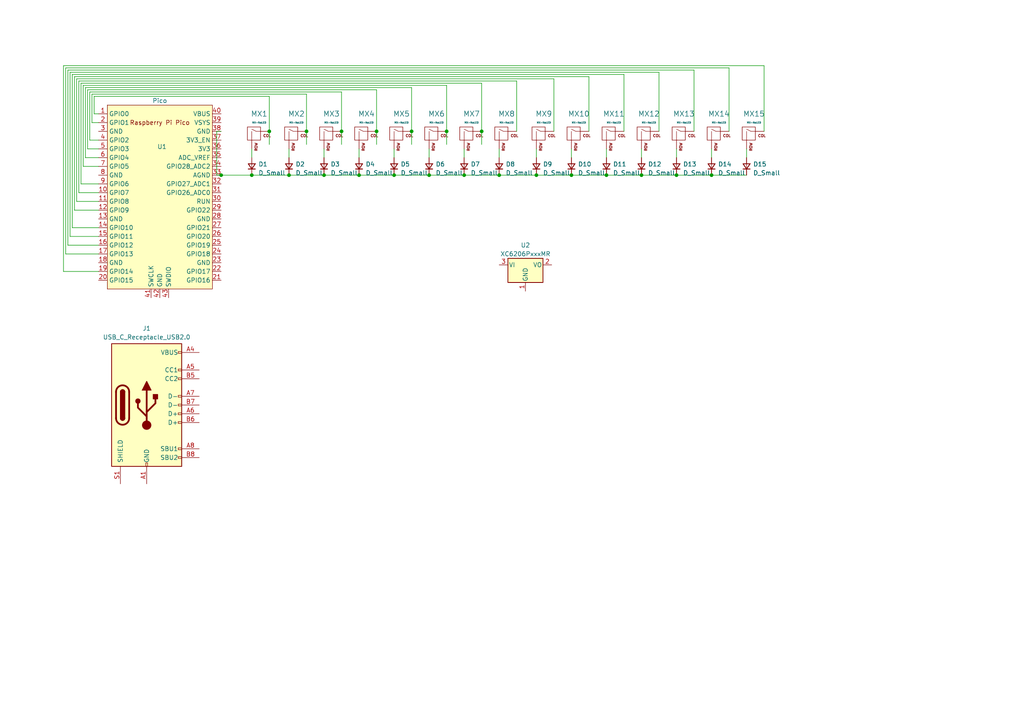
<source format=kicad_sch>
(kicad_sch (version 20230121) (generator eeschema)
  (paper "A4")
  (lib_symbols
    (symbol "Connector:USB_C_Receptacle_USB2.0" (pin_names (offset 1.016))
      (property "Reference" "J" (at -10.16 19.05 0))
      (property "Value" "USB_C_Receptacle_USB2.0" (at 19.05 19.05 0))
      (symbol "USB_C_Receptacle_USB2.0_0_0"
        (rectangle (start -0.254 -17.78) (end 0.254 -16.764))
        (rectangle (start 10.16 -14.986) (end 9.144 -15.494))
        (rectangle (start 10.16 -12.446) (end 9.144 -12.954))
        (rectangle (start 10.16 -4.826) (end 9.144 -5.334))
        (rectangle (start 10.16 -2.286) (end 9.144 -2.794))
        (rectangle (start 10.16 0.254) (end 9.144 -0.254))
        (rectangle (start 10.16 2.794) (end 9.144 2.286))
        (rectangle (start 10.16 7.874) (end 9.144 7.366))
        (rectangle (start 10.16 10.414) (end 9.144 9.906))
        (rectangle (start 10.16 15.494) (end 9.144 14.986))
      )
      (symbol "USB_C_Receptacle_USB2.0_0_1"
        (rectangle (start -10.16 17.78) (end 10.16 -17.78) (stroke (width 0.254)) (fill (type background)))
        (arc (start -8.89 -3.81) (mid -6.985 -5.7067) (end -5.08 -3.81) (stroke (width 0.508)))
        (arc (start -7.62 -3.81) (mid -6.985 -4.4423) (end -6.35 -3.81) (stroke (width 0.254)))
        (arc (start -7.62 -3.81) (mid -6.985 -4.4423) (end -6.35 -3.81) (stroke (width 0.254)) (fill (type outline)))
        (rectangle (start -7.62 -3.81) (end -6.35 3.81) (stroke (width 0.254)) (fill (type outline)))
        (arc (start -6.35 3.81) (mid -6.985 4.4423) (end -7.62 3.81) (stroke (width 0.254)))
        (arc (start -6.35 3.81) (mid -6.985 4.4423) (end -7.62 3.81) (stroke (width 0.254)) (fill (type outline)))
        (arc (start -5.08 3.81) (mid -6.985 5.7067) (end -8.89 3.81) (stroke (width 0.508)))
        (circle (center -2.54 1.143) (radius 0.635) (stroke (width 0.254)) (fill (type outline)))
        (circle (center 0 -5.842) (radius 1.27) (fill (type outline)))
        (polyline (pts (xy -8.89 -3.81) (xy -8.89 3.81)) (stroke (width 0.508)))
        (polyline (pts (xy -5.08 3.81) (xy -5.08 -3.81)) (stroke (width 0.508)))
        (polyline (pts (xy 0 -5.842) (xy 0 4.318)) (stroke (width 0.508)))
        (polyline (pts (xy 0 -3.302) (xy -2.54 -0.762) (xy -2.54 0.508)) (stroke (width 0.508)))
        (polyline (pts (xy 0 -2.032) (xy 2.54 0.508) (xy 2.54 1.778)) (stroke (width 0.508)))
        (polyline (pts (xy -1.27 4.318) (xy 0 6.858) (xy 1.27 4.318) (xy -1.27 4.318)) (stroke (width 0.254)) (fill (type outline)))
        (rectangle (start 1.905 1.778) (end 3.175 3.048) (stroke (width 0.254)) (fill (type outline)))
      )
      (symbol "USB_C_Receptacle_USB2.0_1_1"
        (pin passive line (at 0 -22.86 90) (length 5.08) (name "GND") (number "A1"))
        (pin passive line (at 0 -22.86 90) (length 5.08) hide (name "GND") (number "A12"))
        (pin passive line (at 15.24 15.24 180) (length 5.08) (name "VBUS") (number "A4"))
        (pin bidirectional line (at 15.24 10.16 180) (length 5.08) (name "CC1") (number "A5"))
        (pin bidirectional line (at 15.24 -2.54 180) (length 5.08) (name "D+") (number "A6"))
        (pin bidirectional line (at 15.24 2.54 180) (length 5.08) (name "D-") (number "A7"))
        (pin bidirectional line (at 15.24 -12.7 180) (length 5.08) (name "SBU1") (number "A8"))
        (pin passive line (at 15.24 15.24 180) (length 5.08) hide (name "VBUS") (number "A9"))
        (pin passive line (at 0 -22.86 90) (length 5.08) hide (name "GND") (number "B1"))
        (pin passive line (at 0 -22.86 90) (length 5.08) hide (name "GND") (number "B12"))
        (pin passive line (at 15.24 15.24 180) (length 5.08) hide (name "VBUS") (number "B4"))
        (pin bidirectional line (at 15.24 7.62 180) (length 5.08) (name "CC2") (number "B5"))
        (pin bidirectional line (at 15.24 -5.08 180) (length 5.08) (name "D+") (number "B6"))
        (pin bidirectional line (at 15.24 0 180) (length 5.08) (name "D-") (number "B7"))
        (pin bidirectional line (at 15.24 -15.24 180) (length 5.08) (name "SBU2") (number "B8"))
        (pin passive line (at 15.24 15.24 180) (length 5.08) hide (name "VBUS") (number "B9"))
        (pin passive line (at -7.62 -22.86 90) (length 5.08) (name "SHIELD") (number "S1"))
      )
    )
    (symbol "Device:D_Small" (pin_numbers hide) (pin_names (offset 0.254) hide)
      (property "Reference" "D" (at -1.27 2.032 0))
      (property "Value" "D_Small" (at -3.81 -2.032 0))
      (symbol "D_Small_0_1"
        (polyline (pts (xy -0.762 -1.016) (xy -0.762 1.016)) (stroke (width 0.254)))
        (polyline (pts (xy -0.762 0) (xy 0.762 0)))
        (polyline (pts (xy 0.762 -1.016) (xy -0.762 0) (xy 0.762 1.016) (xy 0.762 -1.016)) (stroke (width 0.254)))
      )
      (symbol "D_Small_1_1"
        (pin passive line (at -2.54 0 0) (length 1.778) (name "K") (number "1"))
        (pin passive line (at 2.54 0 180) (length 1.778) (name "A") (number "2"))
      )
    )
    (symbol "MCU_RaspberryPi_and_Boards:Pico"
      (property "Reference" "U" (at -13.97 27.94 0))
      (property "Value" "Pico" (at 0 19.05 0))
      (symbol "Pico_0_0"
        (text "Raspberry Pi Pico" (at 0 21.59 0) (effects (font (size 1.27 1.27))))
      )
      (symbol "Pico_0_1"
        (rectangle (start -15.24 26.67) (end 15.24 -26.67) (fill (type background)))
      )
      (symbol "Pico_1_1"
        (pin bidirectional line (at -17.78 24.13 0) (length 2.54) (name "GPIO0") (number "1"))
        (pin bidirectional line (at -17.78 1.27 0) (length 2.54) (name "GPIO7") (number "10"))
        (pin bidirectional line (at -17.78 -1.27 0) (length 2.54) (name "GPIO8") (number "11"))
        (pin bidirectional line (at -17.78 -3.81 0) (length 2.54) (name "GPIO9") (number "12"))
        (pin power_in line (at -17.78 -6.35 0) (length 2.54) (name "GND") (number "13"))
        (pin bidirectional line (at -17.78 -8.89 0) (length 2.54) (name "GPIO10") (number "14"))
        (pin bidirectional line (at -17.78 -11.43 0) (length 2.54) (name "GPIO11") (number "15"))
        (pin bidirectional line (at -17.78 -13.97 0) (length 2.54) (name "GPIO12") (number "16"))
        (pin bidirectional line (at -17.78 -16.51 0) (length 2.54) (name "GPIO13") (number "17"))
        (pin power_in line (at -17.78 -19.05 0) (length 2.54) (name "GND") (number "18"))
        (pin bidirectional line (at -17.78 -21.59 0) (length 2.54) (name "GPIO14") (number "19"))
        (pin bidirectional line (at -17.78 21.59 0) (length 2.54) (name "GPIO1") (number "2"))
        (pin bidirectional line (at -17.78 -24.13 0) (length 2.54) (name "GPIO15") (number "20"))
        (pin bidirectional line (at 17.78 -24.13 180) (length 2.54) (name "GPIO16") (number "21"))
        (pin bidirectional line (at 17.78 -21.59 180) (length 2.54) (name "GPIO17") (number "22"))
        (pin power_in line (at 17.78 -19.05 180) (length 2.54) (name "GND") (number "23"))
        (pin bidirectional line (at 17.78 -16.51 180) (length 2.54) (name "GPIO18") (number "24"))
        (pin bidirectional line (at 17.78 -13.97 180) (length 2.54) (name "GPIO19") (number "25"))
        (pin bidirectional line (at 17.78 -11.43 180) (length 2.54) (name "GPIO20") (number "26"))
        (pin bidirectional line (at 17.78 -8.89 180) (length 2.54) (name "GPIO21") (number "27"))
        (pin power_in line (at 17.78 -6.35 180) (length 2.54) (name "GND") (number "28"))
        (pin bidirectional line (at 17.78 -3.81 180) (length 2.54) (name "GPIO22") (number "29"))
        (pin power_in line (at -17.78 19.05 0) (length 2.54) (name "GND") (number "3"))
        (pin input line (at 17.78 -1.27 180) (length 2.54) (name "RUN") (number "30"))
        (pin bidirectional line (at 17.78 1.27 180) (length 2.54) (name "GPIO26_ADC0") (number "31"))
        (pin bidirectional line (at 17.78 3.81 180) (length 2.54) (name "GPIO27_ADC1") (number "32"))
        (pin power_in line (at 17.78 6.35 180) (length 2.54) (name "AGND") (number "33"))
        (pin bidirectional line (at 17.78 8.89 180) (length 2.54) (name "GPIO28_ADC2") (number "34"))
        (pin power_in line (at 17.78 11.43 180) (length 2.54) (name "ADC_VREF") (number "35"))
        (pin power_in line (at 17.78 13.97 180) (length 2.54) (name "3V3") (number "36"))
        (pin input line (at 17.78 16.51 180) (length 2.54) (name "3V3_EN") (number "37"))
        (pin bidirectional line (at 17.78 19.05 180) (length 2.54) (name "GND") (number "38"))
        (pin power_in line (at 17.78 21.59 180) (length 2.54) (name "VSYS") (number "39"))
        (pin bidirectional line (at -17.78 16.51 0) (length 2.54) (name "GPIO2") (number "4"))
        (pin power_in line (at 17.78 24.13 180) (length 2.54) (name "VBUS") (number "40"))
        (pin input line (at -2.54 -29.21 90) (length 2.54) (name "SWCLK") (number "41"))
        (pin power_in line (at 0 -29.21 90) (length 2.54) (name "GND") (number "42"))
        (pin bidirectional line (at 2.54 -29.21 90) (length 2.54) (name "SWDIO") (number "43"))
        (pin bidirectional line (at -17.78 13.97 0) (length 2.54) (name "GPIO3") (number "5"))
        (pin bidirectional line (at -17.78 11.43 0) (length 2.54) (name "GPIO4") (number "6"))
        (pin bidirectional line (at -17.78 8.89 0) (length 2.54) (name "GPIO5") (number "7"))
        (pin power_in line (at -17.78 6.35 0) (length 2.54) (name "GND") (number "8"))
        (pin bidirectional line (at -17.78 3.81 0) (length 2.54) (name "GPIO6") (number "9"))
      )
    )
    (symbol "MX_Alps_Hybrid:MX-NoLED" (pin_names (offset 1.016))
      (property "Reference" "MX" (at -0.635 3.81 0))
      (property "Value" "MX-NoLED" (at -0.635 1.27 0))
      (symbol "MX-NoLED_0_0"
        (rectangle (start -2.54 2.54) (end 1.27 -1.27))
        (polyline (pts (xy -1.27 -1.27) (xy -1.27 1.27)) (stroke (width 0.127)))
        (polyline (pts (xy 1.27 1.27) (xy 0 1.27) (xy -1.27 1.905)) (stroke (width 0.127)))
        (text "COL" (at 3.175 0 0) (effects (font (size 0.762 0.762))))
        (text "ROW" (at 0 -1.905 900) (effects (font (size 0.762 0.762)) (justify right)))
      )
      (symbol "MX-NoLED_1_1"
        (pin passive line (at 3.81 1.27 180) (length 2.54) (name "COL") (number "1"))
        (pin passive line (at -1.27 -3.81 90) (length 2.54) (name "ROW") (number "2"))
      )
    )
    (symbol "Regulator_Linear:XC6206PxxxMR" (pin_names (offset 0.254))
      (property "Reference" "U" (at -3.81 3.175 0))
      (property "Value" "XC6206PxxxMR" (at 0 3.175 0))
      (symbol "XC6206PxxxMR_0_1"
        (rectangle (start -5.08 1.905) (end 5.08 -5.08) (stroke (width 0.254)) (fill (type background)))
      )
      (symbol "XC6206PxxxMR_1_1"
        (pin power_in line (at 0 -7.62 90) (length 2.54) (name "GND") (number "1"))
        (pin power_out line (at 7.62 0 180) (length 2.54) (name "VO") (number "2"))
        (pin power_in line (at -7.62 0 0) (length 2.54) (name "VI") (number "3"))
      )
    )
  )
  (junction (at 139.7 38.1))
  (junction (at 124.46 50.8))
  (junction (at 64.135 50.8))
  (junction (at 155.575 50.8))
  (junction (at 88.9 38.1))
  (junction (at 165.735 50.8))
  (junction (at 73.025 50.8))
  (junction (at 119.38 38.1))
  (junction (at 144.78 50.8))
  (junction (at 175.895 50.8))
  (junction (at 78.105 38.1))
  (junction (at 129.54 38.1))
  (junction (at 104.14 50.8))
  (junction (at 186.055 50.8))
  (junction (at 83.82 50.8))
  (junction (at 109.22 38.1))
  (junction (at 93.98 50.8))
  (junction (at 114.3 50.8))
  (junction (at 206.375 50.8))
  (junction (at 196.215 50.8))
  (junction (at 99.06 38.1))
  (junction (at 134.62 50.8))
  (wire (pts (xy 78.105 38.1) (xy 78.105 27.94)))
  (wire (pts (xy 19.05 73.66) (xy 28.575 73.66)))
  (wire (pts (xy 21.59 60.96) (xy 28.575 60.96)))
  (wire (pts (xy 165.735 43.18) (xy 165.735 45.72)))
  (wire (pts (xy 20.955 66.04) (xy 28.575 66.04)))
  (wire (pts (xy 19.05 19.685) (xy 19.05 73.66)))
  (wire (pts (xy 62.865 50.8) (xy 64.135 50.8)))
  (wire (pts (xy 22.86 23.495) (xy 22.86 55.88)))
  (wire (pts (xy 22.86 55.88) (xy 28.575 55.88)))
  (wire (pts (xy 144.78 43.18) (xy 144.78 45.72)))
  (wire (pts (xy 18.415 19.05) (xy 18.415 78.74)))
  (wire (pts (xy 109.22 26.035) (xy 25.4 26.035)))
  (wire (pts (xy 155.575 43.18) (xy 155.575 45.72)))
  (wire (pts (xy 134.62 50.8) (xy 144.78 50.8)))
  (wire (pts (xy 124.46 50.8) (xy 134.62 50.8)))
  (wire (pts (xy 139.7 38.1) (xy 139.7 24.13)))
  (wire (pts (xy 20.32 20.955) (xy 20.32 68.58)))
  (wire (pts (xy 124.46 43.18) (xy 124.46 45.72)))
  (wire (pts (xy 20.955 21.59) (xy 20.955 66.04)))
  (wire (pts (xy 186.055 50.8) (xy 196.215 50.8)))
  (wire (pts (xy 170.815 38.1) (xy 170.815 22.225)))
  (wire (pts (xy 23.495 53.34) (xy 28.575 53.34)))
  (wire (pts (xy 129.54 41.91) (xy 129.54 38.1)))
  (wire (pts (xy 22.225 58.42) (xy 28.575 58.42)))
  (wire (pts (xy 99.06 38.1) (xy 99.06 26.67)))
  (wire (pts (xy 24.765 45.72) (xy 28.575 45.72)))
  (wire (pts (xy 88.9 41.91) (xy 88.9 38.1)))
  (wire (pts (xy 221.615 19.05) (xy 18.415 19.05)))
  (wire (pts (xy 78.105 27.94) (xy 27.305 27.94)))
  (wire (pts (xy 165.735 50.8) (xy 175.895 50.8)))
  (wire (pts (xy 129.54 38.1) (xy 129.54 24.765)))
  (wire (pts (xy 93.98 43.18) (xy 93.98 45.72)))
  (wire (pts (xy 64.135 50.8) (xy 73.025 50.8)))
  (wire (pts (xy 93.98 50.8) (xy 104.14 50.8)))
  (wire (pts (xy 160.655 22.86) (xy 22.225 22.86)))
  (wire (pts (xy 206.375 50.8) (xy 216.535 50.8)))
  (wire (pts (xy 20.32 68.58) (xy 28.575 68.58)))
  (wire (pts (xy 175.895 43.18) (xy 175.895 45.72)))
  (wire (pts (xy 26.67 27.305) (xy 26.67 35.56)))
  (wire (pts (xy 155.575 50.8) (xy 165.735 50.8)))
  (wire (pts (xy 62.865 38.1) (xy 62.865 50.8)))
  (wire (pts (xy 109.22 38.1) (xy 109.22 26.035)))
  (wire (pts (xy 144.78 50.8) (xy 155.575 50.8)))
  (wire (pts (xy 119.38 38.1) (xy 119.38 25.4)))
  (wire (pts (xy 139.7 41.91) (xy 139.7 38.1)))
  (wire (pts (xy 19.685 71.12) (xy 28.575 71.12)))
  (wire (pts (xy 24.765 25.4) (xy 24.765 45.72)))
  (wire (pts (xy 114.3 43.18) (xy 114.3 45.72)))
  (wire (pts (xy 62.865 38.1) (xy 64.135 38.1)))
  (wire (pts (xy 88.9 27.305) (xy 26.67 27.305)))
  (wire (pts (xy 139.7 24.13) (xy 23.495 24.13)))
  (wire (pts (xy 99.06 41.91) (xy 99.06 38.1)))
  (wire (pts (xy 27.305 27.94) (xy 27.305 33.02)))
  (wire (pts (xy 186.055 43.18) (xy 186.055 45.72)))
  (wire (pts (xy 26.035 26.67) (xy 26.035 40.64)))
  (wire (pts (xy 22.225 22.86) (xy 22.225 58.42)))
  (wire (pts (xy 26.035 40.64) (xy 28.575 40.64)))
  (wire (pts (xy 73.025 43.18) (xy 73.025 45.72)))
  (wire (pts (xy 211.455 38.1) (xy 211.455 19.685)))
  (wire (pts (xy 119.38 25.4) (xy 24.765 25.4)))
  (wire (pts (xy 180.975 38.1) (xy 180.975 21.59)))
  (wire (pts (xy 114.3 50.8) (xy 124.46 50.8)))
  (wire (pts (xy 201.295 20.32) (xy 19.685 20.32)))
  (wire (pts (xy 25.4 43.18) (xy 28.575 43.18)))
  (wire (pts (xy 196.215 43.18) (xy 196.215 45.72)))
  (wire (pts (xy 24.13 24.765) (xy 24.13 48.26)))
  (wire (pts (xy 104.14 50.8) (xy 114.3 50.8)))
  (wire (pts (xy 23.495 24.13) (xy 23.495 53.34)))
  (wire (pts (xy 191.135 20.955) (xy 20.32 20.955)))
  (wire (pts (xy 26.67 35.56) (xy 28.575 35.56)))
  (wire (pts (xy 78.105 41.91) (xy 78.105 38.1)))
  (wire (pts (xy 24.13 48.26) (xy 28.575 48.26)))
  (wire (pts (xy 149.86 38.1) (xy 149.86 23.495)))
  (wire (pts (xy 83.82 43.18) (xy 83.82 45.72)))
  (wire (pts (xy 21.59 22.225) (xy 21.59 60.96)))
  (wire (pts (xy 119.38 41.91) (xy 119.38 38.1)))
  (wire (pts (xy 99.06 26.67) (xy 26.035 26.67)))
  (wire (pts (xy 19.685 20.32) (xy 19.685 71.12)))
  (wire (pts (xy 175.895 50.8) (xy 186.055 50.8)))
  (wire (pts (xy 216.535 43.18) (xy 216.535 45.72)))
  (wire (pts (xy 25.4 26.035) (xy 25.4 43.18)))
  (wire (pts (xy 18.415 78.74) (xy 28.575 78.74)))
  (wire (pts (xy 27.305 33.02) (xy 28.575 33.02)))
  (wire (pts (xy 170.815 22.225) (xy 21.59 22.225)))
  (wire (pts (xy 160.655 38.1) (xy 160.655 22.86)))
  (wire (pts (xy 149.86 23.495) (xy 22.86 23.495)))
  (wire (pts (xy 201.295 38.1) (xy 201.295 20.32)))
  (wire (pts (xy 88.9 38.1) (xy 88.9 27.305)))
  (wire (pts (xy 83.82 50.8) (xy 93.98 50.8)))
  (wire (pts (xy 221.615 38.1) (xy 221.615 19.05)))
  (wire (pts (xy 180.975 21.59) (xy 20.955 21.59)))
  (wire (pts (xy 73.025 50.8) (xy 83.82 50.8)))
  (wire (pts (xy 196.215 50.8) (xy 206.375 50.8)))
  (wire (pts (xy 191.135 38.1) (xy 191.135 20.955)))
  (wire (pts (xy 104.14 43.18) (xy 104.14 45.72)))
  (wire (pts (xy 211.455 19.685) (xy 19.05 19.685)))
  (wire (pts (xy 109.22 41.91) (xy 109.22 38.1)))
  (wire (pts (xy 134.62 43.18) (xy 134.62 45.72)))
  (wire (pts (xy 206.375 43.18) (xy 206.375 45.72)))
  (wire (pts (xy 129.54 24.765) (xy 24.13 24.765)))
  (symbol (lib_id "Device:D_Small") (at 83.82 48.26 90) (unit 1)
    (property "Reference" "D2" (at 85.725 47.625 90) (effects (justify right)))
    (property "Value" "D_Small" (at 85.725 50.165 90) (effects (justify right)))
    (property "Footprint" "Diode_SMD:D_SOD-123" (effects hide))
    (property "Sim.Device" "D" (effects hide))
    (property "Sim.Pins" "1=K 2=A" (effects hide))
  )
  (symbol (lib_id "Device:D_Small") (at 216.535 48.26 90) (unit 1)
    (property "Reference" "D15" (at 218.44 47.625 90) (effects (justify right)))
    (property "Value" "D_Small" (at 218.44 50.165 90) (effects (justify right)))
    (property "Footprint" "Diode_SMD:D_SOD-123" (effects hide))
    (property "Sim.Device" "D" (effects hide))
    (property "Sim.Pins" "1=K 2=A" (effects hide))
  )
  (symbol (lib_id "MX_Alps_Hybrid:MX-NoLED") (at 187.325 39.37 0) (unit 1)
    (property "Reference" "MX12" (at 188.2082 33.02 0) (effects (font (size 1.524 1.524))))
    (property "Value" "MX-NoLED" (at 188.2082 35.56 0) (effects (font (size 0.508 0.508))))
  )
  (symbol (lib_id "Device:D_Small") (at 124.46 48.26 90) (unit 1)
    (property "Reference" "D6" (at 126.365 47.625 90) (effects (justify right)))
    (property "Value" "D_Small" (at 126.365 50.165 90) (effects (justify right)))
    (property "Footprint" "Diode_SMD:D_SOD-123" (effects hide))
    (property "Sim.Device" "D" (effects hide))
    (property "Sim.Pins" "1=K 2=A" (effects hide))
  )
  (symbol (lib_id "MX_Alps_Hybrid:MX-NoLED") (at 135.89 39.37 0) (unit 1)
    (property "Reference" "MX7" (at 136.7732 33.02 0) (effects (font (size 1.524 1.524))))
    (property "Value" "MX-NoLED" (at 136.7732 35.56 0) (effects (font (size 0.508 0.508))))
  )
  (symbol (lib_id "MX_Alps_Hybrid:MX-NoLED") (at 217.805 39.37 0) (unit 1)
    (property "Reference" "MX15" (at 218.6882 33.02 0) (effects (font (size 1.524 1.524))))
    (property "Value" "MX-NoLED" (at 218.6882 35.56 0) (effects (font (size 0.508 0.508))))
  )
  (symbol (lib_id "Device:D_Small") (at 155.575 48.26 90) (unit 1)
    (property "Reference" "D9" (at 157.48 47.625 90) (effects (justify right)))
    (property "Value" "D_Small" (at 157.48 50.165 90) (effects (justify right)))
    (property "Footprint" "Diode_SMD:D_SOD-123" (effects hide))
    (property "Sim.Device" "D" (effects hide))
    (property "Sim.Pins" "1=K 2=A" (effects hide))
  )
  (symbol (lib_id "Device:D_Small") (at 144.78 48.26 90) (unit 1)
    (property "Reference" "D8" (at 146.685 47.625 90) (effects (justify right)))
    (property "Value" "D_Small" (at 146.685 50.165 90) (effects (justify right)))
    (property "Footprint" "Diode_SMD:D_SOD-123" (effects hide))
    (property "Sim.Device" "D" (effects hide))
    (property "Sim.Pins" "1=K 2=A" (effects hide))
  )
  (symbol (lib_id "Device:D_Small") (at 104.14 48.26 90) (unit 1)
    (property "Reference" "D4" (at 106.045 47.625 90) (effects (justify right)))
    (property "Value" "D_Small" (at 106.045 50.165 90) (effects (justify right)))
    (property "Footprint" "Diode_SMD:D_SOD-123" (effects hide))
    (property "Sim.Device" "D" (effects hide))
    (property "Sim.Pins" "1=K 2=A" (effects hide))
  )
  (symbol (lib_id "MX_Alps_Hybrid:MX-NoLED") (at 95.25 39.37 0) (unit 1)
    (property "Reference" "MX3" (at 96.1332 33.02 0) (effects (font (size 1.524 1.524))))
    (property "Value" "MX-NoLED" (at 96.1332 35.56 0) (effects (font (size 0.508 0.508))))
  )
  (symbol (lib_id "MX_Alps_Hybrid:MX-NoLED") (at 105.41 39.37 0) (unit 1)
    (property "Reference" "MX4" (at 106.2932 33.02 0) (effects (font (size 1.524 1.524))))
    (property "Value" "MX-NoLED" (at 106.2932 35.56 0) (effects (font (size 0.508 0.508))))
  )
  (symbol (lib_id "MX_Alps_Hybrid:MX-NoLED") (at 156.845 39.37 0) (unit 1)
    (property "Reference" "MX9" (at 157.7282 33.02 0) (effects (font (size 1.524 1.524))))
    (property "Value" "MX-NoLED" (at 157.7282 35.56 0) (effects (font (size 0.508 0.508))))
  )
  (symbol (lib_id "Device:D_Small") (at 134.62 48.26 90) (unit 1)
    (property "Reference" "D7" (at 136.525 47.625 90) (effects (justify right)))
    (property "Value" "D_Small" (at 136.525 50.165 90) (effects (justify right)))
    (property "Footprint" "Diode_SMD:D_SOD-123" (effects hide))
    (property "Sim.Device" "D" (effects hide))
    (property "Sim.Pins" "1=K 2=A" (effects hide))
  )
  (symbol (lib_id "Device:D_Small") (at 165.735 48.26 90) (unit 1)
    (property "Reference" "D10" (at 167.64 47.625 90) (effects (justify right)))
    (property "Value" "D_Small" (at 167.64 50.165 90) (effects (justify right)))
    (property "Footprint" "Diode_SMD:D_SOD-123" (effects hide))
    (property "Sim.Device" "D" (effects hide))
    (property "Sim.Pins" "1=K 2=A" (effects hide))
  )
  (symbol (lib_id "Device:D_Small") (at 175.895 48.26 90) (unit 1)
    (property "Reference" "D11" (at 177.8 47.625 90) (effects (justify right)))
    (property "Value" "D_Small" (at 177.8 50.165 90) (effects (justify right)))
    (property "Footprint" "Diode_SMD:D_SOD-123" (effects hide))
    (property "Sim.Device" "D" (effects hide))
    (property "Sim.Pins" "1=K 2=A" (effects hide))
  )
  (symbol (lib_id "MX_Alps_Hybrid:MX-NoLED") (at 167.005 39.37 0) (unit 1)
    (property "Reference" "MX10" (at 167.8882 33.02 0) (effects (font (size 1.524 1.524))))
    (property "Value" "MX-NoLED" (at 167.8882 35.56 0) (effects (font (size 0.508 0.508))))
  )
  (symbol (lib_id "Device:D_Small") (at 186.055 48.26 90) (unit 1)
    (property "Reference" "D12" (at 187.96 47.625 90) (effects (justify right)))
    (property "Value" "D_Small" (at 187.96 50.165 90) (effects (justify right)))
    (property "Footprint" "Diode_SMD:D_SOD-123" (effects hide))
    (property "Sim.Device" "D" (effects hide))
    (property "Sim.Pins" "1=K 2=A" (effects hide))
  )
  (symbol (lib_id "Device:D_Small") (at 206.375 48.26 90) (unit 1)
    (property "Reference" "D14" (at 208.28 47.625 90) (effects (justify right)))
    (property "Value" "D_Small" (at 208.28 50.165 90) (effects (justify right)))
    (property "Footprint" "Diode_SMD:D_SOD-123" (effects hide))
    (property "Sim.Device" "D" (effects hide))
    (property "Sim.Pins" "1=K 2=A" (effects hide))
  )
  (symbol (lib_id "Device:D_Small") (at 93.98 48.26 90) (unit 1)
    (property "Reference" "D3" (at 95.885 47.625 90) (effects (justify right)))
    (property "Value" "D_Small" (at 95.885 50.165 90) (effects (justify right)))
    (property "Footprint" "Diode_SMD:D_SOD-123" (effects hide))
    (property "Sim.Device" "D" (effects hide))
    (property "Sim.Pins" "1=K 2=A" (effects hide))
  )
  (symbol (lib_id "MX_Alps_Hybrid:MX-NoLED") (at 177.165 39.37 0) (unit 1)
    (property "Reference" "MX11" (at 178.0482 33.02 0) (effects (font (size 1.524 1.524))))
    (property "Value" "MX-NoLED" (at 178.0482 35.56 0) (effects (font (size 0.508 0.508))))
  )
  (symbol (lib_id "Device:D_Small") (at 196.215 48.26 90) (unit 1)
    (property "Reference" "D13" (at 198.12 47.625 90) (effects (justify right)))
    (property "Value" "D_Small" (at 198.12 50.165 90) (effects (justify right)))
    (property "Footprint" "Diode_SMD:D_SOD-123" (effects hide))
    (property "Sim.Device" "D" (effects hide))
    (property "Sim.Pins" "1=K 2=A" (effects hide))
  )
  (symbol (lib_id "MX_Alps_Hybrid:MX-NoLED") (at 85.09 39.37 0) (unit 1)
    (property "Reference" "MX2" (at 85.9732 33.02 0) (effects (font (size 1.524 1.524))))
    (property "Value" "MX-NoLED" (at 85.9732 35.56 0) (effects (font (size 0.508 0.508))))
  )
  (symbol (lib_id "Regulator_Linear:XC6206PxxxMR") (at 152.4 76.835 0) (unit 1)
    (property "Reference" "U2" (at 152.4 71.12 0))
    (property "Value" "XC6206PxxxMR" (at 152.4 73.66 0))
    (property "Footprint" "Package_TO_SOT_SMD:SOT-23-3" (effects hide))
    (property "Datasheet" "https://www.torexsemi.com/file/xc6206/XC6206.pdf" (effects hide))
  )
  (symbol (lib_id "MX_Alps_Hybrid:MX-NoLED") (at 146.05 39.37 0) (unit 1)
    (property "Reference" "MX8" (at 146.9332 33.02 0) (effects (font (size 1.524 1.524))))
    (property "Value" "MX-NoLED" (at 146.9332 35.56 0) (effects (font (size 0.508 0.508))))
  )
  (symbol (lib_id "MX_Alps_Hybrid:MX-NoLED") (at 115.57 39.37 0) (unit 1)
    (property "Reference" "MX5" (at 116.4532 33.02 0) (effects (font (size 1.524 1.524))))
    (property "Value" "MX-NoLED" (at 116.4532 35.56 0) (effects (font (size 0.508 0.508))))
  )
  (symbol (lib_id "Connector:USB_C_Receptacle_USB2.0") (at 42.545 117.475 0) (unit 1)
    (property "Reference" "J1" (at 42.545 95.25 0))
    (property "Value" "USB_C_Receptacle_USB2.0" (at 42.545 97.79 0))
    (property "Datasheet" "https://www.usb.org/sites/default/files/documents/usb_type-c.zip" (effects hide))
  )
  (symbol (lib_id "MX_Alps_Hybrid:MX-NoLED") (at 197.485 39.37 0) (unit 1)
    (property "Reference" "MX13" (at 198.3682 33.02 0) (effects (font (size 1.524 1.524))))
    (property "Value" "MX-NoLED" (at 198.3682 35.56 0) (effects (font (size 0.508 0.508))))
  )
  (symbol (lib_id "MCU_RaspberryPi_and_Boards:Pico") (at 46.355 57.15 0) (unit 1)
    (property "Reference" "U1" (at 46.99 42.545 0))
    (property "Value" "Pico" (at 46.355 29.21 0))
    (property "Footprint" "MCU_RaspberryPi_and_Boards:RPi_Pico_SMD_TH" (effects hide))
  )
  (symbol (lib_id "Device:D_Small") (at 114.3 48.26 90) (unit 1)
    (property "Reference" "D5" (at 116.205 47.625 90) (effects (justify right)))
    (property "Value" "D_Small" (at 116.205 50.165 90) (effects (justify right)))
    (property "Footprint" "Diode_SMD:D_SOD-123" (effects hide))
    (property "Sim.Device" "D" (effects hide))
    (property "Sim.Pins" "1=K 2=A" (effects hide))
  )
  (symbol (lib_id "MX_Alps_Hybrid:MX-NoLED") (at 125.73 39.37 0) (unit 1)
    (property "Reference" "MX6" (at 126.6132 33.02 0) (effects (font (size 1.524 1.524))))
    (property "Value" "MX-NoLED" (at 126.6132 35.56 0) (effects (font (size 0.508 0.508))))
  )
  (symbol (lib_id "MX_Alps_Hybrid:MX-NoLED") (at 74.295 39.37 0) (unit 1)
    (property "Reference" "MX1" (at 75.1782 33.02 0) (effects (font (size 1.524 1.524))))
    (property "Value" "MX-NoLED" (at 75.1782 35.56 0) (effects (font (size 0.508 0.508))))
  )
  (symbol (lib_id "Device:D_Small") (at 73.025 48.26 90) (unit 1)
    (property "Reference" "D1" (at 74.93 47.625 90) (effects (justify right)))
    (property "Value" "D_Small" (at 74.93 50.165 90) (effects (justify right)))
    (property "Footprint" "Diode_SMD:D_SOD-123" (effects hide))
    (property "Sim.Device" "D" (effects hide))
    (property "Sim.Pins" "1=K 2=A" (effects hide))
  )
  (symbol (lib_id "MX_Alps_Hybrid:MX-NoLED") (at 207.645 39.37 0) (unit 1)
    (property "Reference" "MX14" (at 208.5282 33.02 0) (effects (font (size 1.524 1.524))))
    (property "Value" "MX-NoLED" (at 208.5282 35.56 0) (effects (font (size 0.508 0.508))))
  )
)
</source>
